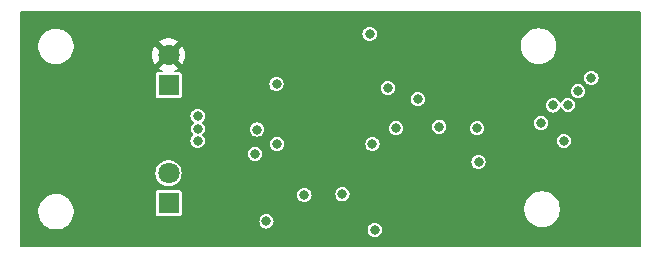
<source format=gbr>
%TF.GenerationSoftware,KiCad,Pcbnew,7.0.10+1*%
%TF.CreationDate,2024-03-12T10:53:23+01:00*%
%TF.ProjectId,IR-sensor,49522d73-656e-4736-9f72-2e6b69636164,rev?*%
%TF.SameCoordinates,Original*%
%TF.FileFunction,Copper,L2,Inr*%
%TF.FilePolarity,Positive*%
%FSLAX46Y46*%
G04 Gerber Fmt 4.6, Leading zero omitted, Abs format (unit mm)*
G04 Created by KiCad (PCBNEW 7.0.10+1) date 2024-03-12 10:53:23*
%MOMM*%
%LPD*%
G01*
G04 APERTURE LIST*
%TA.AperFunction,ComponentPad*%
%ADD10R,1.800000X1.800000*%
%TD*%
%TA.AperFunction,ComponentPad*%
%ADD11C,1.800000*%
%TD*%
%TA.AperFunction,ViaPad*%
%ADD12C,0.800000*%
%TD*%
G04 APERTURE END LIST*
D10*
%TO.N,Net-(D2-K)*%
%TO.C,D5*%
X62535000Y-56275000D03*
D11*
%TO.N,GND*%
X62535000Y-53735000D03*
%TD*%
D10*
%TO.N,Net-(D1-K)*%
%TO.C,D6*%
X62535000Y-66275000D03*
D11*
%TO.N,Net-(D1-A)*%
X62535000Y-63735000D03*
%TD*%
D12*
%TO.N,Net-(U1C-+)*%
X79800000Y-61270000D03*
X69858973Y-62095252D03*
%TO.N,GND*%
X70000000Y-58900000D03*
X61830000Y-59980000D03*
X87668939Y-62791098D03*
X61830000Y-60880000D03*
X71700000Y-53600000D03*
X95000000Y-56700000D03*
X79500000Y-53000000D03*
X70146738Y-61085451D03*
X58500000Y-52230000D03*
X68560000Y-67550000D03*
X87600000Y-59900000D03*
X61880000Y-58990000D03*
X85800000Y-58555000D03*
X73370000Y-68500000D03*
X80824807Y-59057297D03*
X97500000Y-61200000D03*
X97799990Y-58800000D03*
X81180000Y-61960000D03*
X72970000Y-66870000D03*
X83420000Y-63100000D03*
X57000000Y-52230000D03*
X97500000Y-63100000D03*
X88580000Y-57020000D03*
X92308008Y-61768008D03*
%TO.N,Net-(U1B-+)*%
X71680000Y-56190000D03*
X71724448Y-61269751D03*
%TO.N,/PWM_SEND*%
X96351041Y-57951041D03*
X70824996Y-67820000D03*
%TO.N,/PWM_RCV*%
X83630000Y-57470000D03*
X94070000Y-59490000D03*
%TO.N,+2V5*%
X88781730Y-62774323D03*
X74040000Y-65585000D03*
X70026346Y-60042373D03*
%TO.N,+5V*%
X65010000Y-59990000D03*
X97200000Y-56800000D03*
X79564166Y-51951960D03*
X95100000Y-58000000D03*
X65000000Y-58900000D03*
X65000000Y-61000000D03*
%TO.N,Net-(Q2-D)*%
X85450000Y-59800000D03*
X81100000Y-56525000D03*
%TO.N,-2V5*%
X88670000Y-59930000D03*
X81800000Y-59925000D03*
X77260000Y-65530000D03*
%TO.N,/INDICATOR*%
X98340000Y-55660000D03*
X79990000Y-68530000D03*
X96005851Y-61005851D03*
%TD*%
%TA.AperFunction,Conductor*%
%TO.N,GND*%
G36*
X102473066Y-50017813D02*
G01*
X102498376Y-50061650D01*
X102499500Y-50074500D01*
X102499500Y-69925500D01*
X102482187Y-69973066D01*
X102438350Y-69998376D01*
X102425500Y-69999500D01*
X50074500Y-69999500D01*
X50026934Y-69982187D01*
X50001624Y-69938350D01*
X50000500Y-69925500D01*
X50000500Y-68530000D01*
X79384318Y-68530000D01*
X79404955Y-68686760D01*
X79404955Y-68686761D01*
X79465464Y-68832841D01*
X79561715Y-68958279D01*
X79561720Y-68958284D01*
X79645345Y-69022451D01*
X79687159Y-69054536D01*
X79833238Y-69115044D01*
X79990000Y-69135682D01*
X80146762Y-69115044D01*
X80292841Y-69054536D01*
X80418282Y-68958282D01*
X80514536Y-68832841D01*
X80575044Y-68686762D01*
X80595682Y-68530000D01*
X80575044Y-68373238D01*
X80514536Y-68227159D01*
X80482451Y-68185345D01*
X80418284Y-68101720D01*
X80418279Y-68101715D01*
X80292841Y-68005464D01*
X80146761Y-67944955D01*
X79990000Y-67924318D01*
X79833239Y-67944955D01*
X79833238Y-67944955D01*
X79687158Y-68005464D01*
X79561720Y-68101715D01*
X79561715Y-68101720D01*
X79465464Y-68227158D01*
X79404955Y-68373238D01*
X79404955Y-68373239D01*
X79384318Y-68530000D01*
X50000500Y-68530000D01*
X50000500Y-67124337D01*
X51499500Y-67124337D01*
X51532075Y-67319550D01*
X51540429Y-67369614D01*
X51548018Y-67391720D01*
X51621172Y-67604811D01*
X51652792Y-67663239D01*
X51739526Y-67823509D01*
X51892262Y-68019744D01*
X52075215Y-68188164D01*
X52283393Y-68324173D01*
X52511119Y-68424063D01*
X52752179Y-68485108D01*
X52752182Y-68485108D01*
X52752185Y-68485109D01*
X52937925Y-68500500D01*
X52937933Y-68500500D01*
X53062075Y-68500500D01*
X53247814Y-68485109D01*
X53247816Y-68485108D01*
X53247821Y-68485108D01*
X53488881Y-68424063D01*
X53716607Y-68324173D01*
X53924785Y-68188164D01*
X54107738Y-68019744D01*
X54260474Y-67823509D01*
X54262373Y-67820000D01*
X70219314Y-67820000D01*
X70239951Y-67976760D01*
X70239951Y-67976761D01*
X70300460Y-68122841D01*
X70396711Y-68248279D01*
X70396716Y-68248284D01*
X70412127Y-68260109D01*
X70522155Y-68344536D01*
X70668234Y-68405044D01*
X70824996Y-68425682D01*
X70981758Y-68405044D01*
X71127837Y-68344536D01*
X71253278Y-68248282D01*
X71349532Y-68122841D01*
X71410040Y-67976762D01*
X71430678Y-67820000D01*
X71410040Y-67663238D01*
X71349532Y-67517159D01*
X71253278Y-67391718D01*
X71253275Y-67391715D01*
X71127837Y-67295464D01*
X70981757Y-67234955D01*
X70824996Y-67214318D01*
X70668235Y-67234955D01*
X70668234Y-67234955D01*
X70522154Y-67295464D01*
X70396716Y-67391715D01*
X70396711Y-67391720D01*
X70300460Y-67517158D01*
X70239951Y-67663238D01*
X70239951Y-67663239D01*
X70219314Y-67820000D01*
X54262373Y-67820000D01*
X54378828Y-67604810D01*
X54459571Y-67369614D01*
X54488751Y-67194746D01*
X61434500Y-67194746D01*
X61446133Y-67253232D01*
X61474353Y-67295464D01*
X61490448Y-67319552D01*
X61534560Y-67349027D01*
X61556767Y-67363866D01*
X61556768Y-67363866D01*
X61556769Y-67363867D01*
X61615252Y-67375500D01*
X61615254Y-67375500D01*
X63454746Y-67375500D01*
X63454748Y-67375500D01*
X63513231Y-67363867D01*
X63579552Y-67319552D01*
X63623867Y-67253231D01*
X63635500Y-67194748D01*
X63635500Y-66899335D01*
X92674500Y-66899335D01*
X92715429Y-67144614D01*
X92752717Y-67253231D01*
X92796172Y-67379811D01*
X92802616Y-67391718D01*
X92914526Y-67598509D01*
X93067262Y-67794744D01*
X93250215Y-67963164D01*
X93458393Y-68099173D01*
X93686119Y-68199063D01*
X93927179Y-68260108D01*
X93927182Y-68260108D01*
X93927185Y-68260109D01*
X94112925Y-68275500D01*
X94112933Y-68275500D01*
X94237075Y-68275500D01*
X94422814Y-68260109D01*
X94422816Y-68260108D01*
X94422821Y-68260108D01*
X94663881Y-68199063D01*
X94891607Y-68099173D01*
X95099785Y-67963164D01*
X95282738Y-67794744D01*
X95435474Y-67598509D01*
X95553828Y-67379810D01*
X95634571Y-67144614D01*
X95675500Y-66899335D01*
X95675500Y-66650665D01*
X95634571Y-66405386D01*
X95553828Y-66170190D01*
X95435474Y-65951491D01*
X95282738Y-65755256D01*
X95268077Y-65741760D01*
X95099785Y-65586836D01*
X94891607Y-65450827D01*
X94663887Y-65350939D01*
X94663883Y-65350938D01*
X94663881Y-65350937D01*
X94449970Y-65296767D01*
X94422814Y-65289890D01*
X94237075Y-65274500D01*
X94237067Y-65274500D01*
X94112933Y-65274500D01*
X94112925Y-65274500D01*
X93927185Y-65289890D01*
X93763531Y-65331333D01*
X93686119Y-65350937D01*
X93686117Y-65350937D01*
X93686112Y-65350939D01*
X93458392Y-65450827D01*
X93250214Y-65586836D01*
X93067263Y-65755254D01*
X92914529Y-65951486D01*
X92914522Y-65951498D01*
X92796172Y-66170188D01*
X92715428Y-66405389D01*
X92674500Y-66650662D01*
X92674500Y-66650665D01*
X92674500Y-66899335D01*
X63635500Y-66899335D01*
X63635500Y-65585000D01*
X73434318Y-65585000D01*
X73454955Y-65741760D01*
X73454955Y-65741761D01*
X73515464Y-65887841D01*
X73611715Y-66013279D01*
X73611720Y-66013284D01*
X73665480Y-66054535D01*
X73737159Y-66109536D01*
X73883238Y-66170044D01*
X74040000Y-66190682D01*
X74196762Y-66170044D01*
X74342841Y-66109536D01*
X74468282Y-66013282D01*
X74564536Y-65887841D01*
X74625044Y-65741762D01*
X74645682Y-65585000D01*
X74638441Y-65530000D01*
X76654318Y-65530000D01*
X76674955Y-65686760D01*
X76674955Y-65686761D01*
X76735464Y-65832841D01*
X76831715Y-65958279D01*
X76831720Y-65958284D01*
X76860355Y-65980256D01*
X76957159Y-66054536D01*
X77103238Y-66115044D01*
X77260000Y-66135682D01*
X77416762Y-66115044D01*
X77562841Y-66054536D01*
X77688282Y-65958282D01*
X77784536Y-65832841D01*
X77845044Y-65686762D01*
X77865682Y-65530000D01*
X77845044Y-65373238D01*
X77784536Y-65227159D01*
X77744129Y-65174500D01*
X77688284Y-65101720D01*
X77688279Y-65101715D01*
X77562841Y-65005464D01*
X77416761Y-64944955D01*
X77260000Y-64924318D01*
X77103239Y-64944955D01*
X77103238Y-64944955D01*
X76957158Y-65005464D01*
X76831720Y-65101715D01*
X76831715Y-65101720D01*
X76735464Y-65227158D01*
X76674955Y-65373238D01*
X76674955Y-65373239D01*
X76654318Y-65530000D01*
X74638441Y-65530000D01*
X74625044Y-65428238D01*
X74564536Y-65282159D01*
X74468282Y-65156718D01*
X74468279Y-65156715D01*
X74342841Y-65060464D01*
X74196761Y-64999955D01*
X74040000Y-64979318D01*
X73883239Y-64999955D01*
X73883238Y-64999955D01*
X73737158Y-65060464D01*
X73611720Y-65156715D01*
X73611715Y-65156720D01*
X73515464Y-65282158D01*
X73454955Y-65428238D01*
X73454955Y-65428239D01*
X73434318Y-65585000D01*
X63635500Y-65585000D01*
X63635500Y-65355252D01*
X63623867Y-65296769D01*
X63579552Y-65230448D01*
X63557343Y-65215608D01*
X63513232Y-65186133D01*
X63513233Y-65186133D01*
X63483989Y-65180316D01*
X63454748Y-65174500D01*
X61615252Y-65174500D01*
X61586010Y-65180316D01*
X61556767Y-65186133D01*
X61490449Y-65230447D01*
X61490447Y-65230449D01*
X61446133Y-65296767D01*
X61434500Y-65355253D01*
X61434500Y-67194746D01*
X54488751Y-67194746D01*
X54500500Y-67124335D01*
X54500500Y-66875665D01*
X54459571Y-66630386D01*
X54378828Y-66395190D01*
X54260474Y-66176491D01*
X54107738Y-65980256D01*
X54076498Y-65951498D01*
X53924785Y-65811836D01*
X53716607Y-65675827D01*
X53488887Y-65575939D01*
X53488883Y-65575938D01*
X53488881Y-65575937D01*
X53307481Y-65530000D01*
X53247814Y-65514890D01*
X53062075Y-65499500D01*
X53062067Y-65499500D01*
X52937933Y-65499500D01*
X52937925Y-65499500D01*
X52752185Y-65514890D01*
X52588531Y-65556333D01*
X52511119Y-65575937D01*
X52511117Y-65575937D01*
X52511112Y-65575939D01*
X52283392Y-65675827D01*
X52075214Y-65811836D01*
X51892263Y-65980254D01*
X51739529Y-66176486D01*
X51739522Y-66176498D01*
X51621172Y-66395188D01*
X51540428Y-66630389D01*
X51499500Y-66875662D01*
X51499500Y-67124337D01*
X50000500Y-67124337D01*
X50000500Y-63735003D01*
X61429785Y-63735003D01*
X61448601Y-63938076D01*
X61448602Y-63938082D01*
X61504416Y-64134244D01*
X61504418Y-64134250D01*
X61595327Y-64316821D01*
X61595328Y-64316822D01*
X61595329Y-64316825D01*
X61718234Y-64479578D01*
X61718235Y-64479579D01*
X61855637Y-64604836D01*
X61868959Y-64616981D01*
X62042363Y-64724348D01*
X62232544Y-64798024D01*
X62433024Y-64835500D01*
X62433026Y-64835500D01*
X62636974Y-64835500D01*
X62636976Y-64835500D01*
X62837456Y-64798024D01*
X63027637Y-64724348D01*
X63201041Y-64616981D01*
X63351764Y-64479579D01*
X63474673Y-64316821D01*
X63565582Y-64134250D01*
X63621397Y-63938083D01*
X63640215Y-63735000D01*
X63621397Y-63531917D01*
X63565582Y-63335750D01*
X63474673Y-63153179D01*
X63474670Y-63153175D01*
X63474670Y-63153174D01*
X63351765Y-62990421D01*
X63351764Y-62990420D01*
X63201041Y-62853019D01*
X63073942Y-62774323D01*
X88176048Y-62774323D01*
X88196685Y-62931083D01*
X88196685Y-62931084D01*
X88257194Y-63077164D01*
X88353445Y-63202602D01*
X88353450Y-63202607D01*
X88437075Y-63266774D01*
X88478889Y-63298859D01*
X88624968Y-63359367D01*
X88781730Y-63380005D01*
X88938492Y-63359367D01*
X89084571Y-63298859D01*
X89210012Y-63202605D01*
X89306266Y-63077164D01*
X89366774Y-62931085D01*
X89387412Y-62774323D01*
X89366774Y-62617561D01*
X89306266Y-62471482D01*
X89210012Y-62346041D01*
X89210009Y-62346038D01*
X89084571Y-62249787D01*
X88938491Y-62189278D01*
X88781730Y-62168641D01*
X88624969Y-62189278D01*
X88624968Y-62189278D01*
X88478888Y-62249787D01*
X88353450Y-62346038D01*
X88353445Y-62346043D01*
X88257194Y-62471481D01*
X88196685Y-62617561D01*
X88196685Y-62617562D01*
X88176048Y-62774323D01*
X63073942Y-62774323D01*
X63027637Y-62745652D01*
X62837456Y-62671976D01*
X62749407Y-62655516D01*
X62636979Y-62634500D01*
X62636976Y-62634500D01*
X62433024Y-62634500D01*
X62433020Y-62634500D01*
X62283116Y-62662522D01*
X62232544Y-62671976D01*
X62232542Y-62671976D01*
X62232540Y-62671977D01*
X62042368Y-62745650D01*
X62042363Y-62745652D01*
X62042358Y-62745654D01*
X62042358Y-62745655D01*
X61868958Y-62853019D01*
X61868957Y-62853019D01*
X61718235Y-62990420D01*
X61718234Y-62990421D01*
X61595329Y-63153174D01*
X61595328Y-63153177D01*
X61504418Y-63335750D01*
X61504416Y-63335755D01*
X61448602Y-63531917D01*
X61448601Y-63531923D01*
X61429785Y-63734996D01*
X61429785Y-63735003D01*
X50000500Y-63735003D01*
X50000500Y-62095252D01*
X69253291Y-62095252D01*
X69273928Y-62252012D01*
X69273928Y-62252013D01*
X69334437Y-62398093D01*
X69430688Y-62523531D01*
X69430693Y-62523536D01*
X69514318Y-62587703D01*
X69556132Y-62619788D01*
X69702211Y-62680296D01*
X69858973Y-62700934D01*
X70015735Y-62680296D01*
X70161814Y-62619788D01*
X70287255Y-62523534D01*
X70383509Y-62398093D01*
X70444017Y-62252014D01*
X70464655Y-62095252D01*
X70444017Y-61938490D01*
X70383509Y-61792411D01*
X70311283Y-61698284D01*
X70287257Y-61666972D01*
X70287252Y-61666967D01*
X70161814Y-61570716D01*
X70015734Y-61510207D01*
X69858973Y-61489570D01*
X69702212Y-61510207D01*
X69702211Y-61510207D01*
X69556131Y-61570716D01*
X69430693Y-61666967D01*
X69430688Y-61666972D01*
X69334437Y-61792410D01*
X69273928Y-61938490D01*
X69273928Y-61938491D01*
X69253291Y-62095252D01*
X50000500Y-62095252D01*
X50000500Y-61000000D01*
X64394318Y-61000000D01*
X64414955Y-61156760D01*
X64414955Y-61156761D01*
X64475464Y-61302841D01*
X64571715Y-61428279D01*
X64571720Y-61428284D01*
X64651590Y-61489570D01*
X64697159Y-61524536D01*
X64843238Y-61585044D01*
X65000000Y-61605682D01*
X65156762Y-61585044D01*
X65302841Y-61524536D01*
X65428282Y-61428282D01*
X65524536Y-61302841D01*
X65538242Y-61269751D01*
X71118766Y-61269751D01*
X71139403Y-61426511D01*
X71139403Y-61426512D01*
X71199912Y-61572592D01*
X71296163Y-61698030D01*
X71296168Y-61698035D01*
X71296493Y-61698284D01*
X71421607Y-61794287D01*
X71567686Y-61854795D01*
X71724448Y-61875433D01*
X71881210Y-61854795D01*
X72027289Y-61794287D01*
X72152730Y-61698033D01*
X72248984Y-61572592D01*
X72309492Y-61426513D01*
X72330097Y-61270000D01*
X79194318Y-61270000D01*
X79214955Y-61426760D01*
X79214955Y-61426761D01*
X79275464Y-61572841D01*
X79371715Y-61698279D01*
X79371720Y-61698284D01*
X79455345Y-61762451D01*
X79497159Y-61794536D01*
X79643238Y-61855044D01*
X79800000Y-61875682D01*
X79956762Y-61855044D01*
X80102841Y-61794536D01*
X80228282Y-61698282D01*
X80324536Y-61572841D01*
X80385044Y-61426762D01*
X80405682Y-61270000D01*
X80385044Y-61113238D01*
X80340563Y-61005851D01*
X95400169Y-61005851D01*
X95420806Y-61162611D01*
X95420806Y-61162612D01*
X95481315Y-61308692D01*
X95577566Y-61434130D01*
X95577571Y-61434135D01*
X95649816Y-61489570D01*
X95703010Y-61530387D01*
X95849089Y-61590895D01*
X96005851Y-61611533D01*
X96162613Y-61590895D01*
X96308692Y-61530387D01*
X96434133Y-61434133D01*
X96530387Y-61308692D01*
X96590895Y-61162613D01*
X96611533Y-61005851D01*
X96590895Y-60849089D01*
X96530387Y-60703010D01*
X96434133Y-60577569D01*
X96434130Y-60577566D01*
X96308692Y-60481315D01*
X96162612Y-60420806D01*
X96005851Y-60400169D01*
X95849090Y-60420806D01*
X95849089Y-60420806D01*
X95703009Y-60481315D01*
X95577571Y-60577566D01*
X95577566Y-60577571D01*
X95481315Y-60703009D01*
X95420806Y-60849089D01*
X95420806Y-60849090D01*
X95400169Y-61005851D01*
X80340563Y-61005851D01*
X80324536Y-60967159D01*
X80233938Y-60849089D01*
X80228284Y-60841720D01*
X80228279Y-60841715D01*
X80102841Y-60745464D01*
X79956761Y-60684955D01*
X79800000Y-60664318D01*
X79643239Y-60684955D01*
X79643238Y-60684955D01*
X79497158Y-60745464D01*
X79371720Y-60841715D01*
X79371715Y-60841720D01*
X79275464Y-60967158D01*
X79214955Y-61113238D01*
X79214955Y-61113239D01*
X79194318Y-61270000D01*
X72330097Y-61270000D01*
X72330130Y-61269751D01*
X72309492Y-61112989D01*
X72248984Y-60966910D01*
X72158577Y-60849089D01*
X72152732Y-60841471D01*
X72152727Y-60841466D01*
X72027289Y-60745215D01*
X71881209Y-60684706D01*
X71724448Y-60664069D01*
X71567687Y-60684706D01*
X71567686Y-60684706D01*
X71421606Y-60745215D01*
X71296168Y-60841466D01*
X71296163Y-60841471D01*
X71199912Y-60966909D01*
X71139403Y-61112989D01*
X71139403Y-61112990D01*
X71118766Y-61269751D01*
X65538242Y-61269751D01*
X65585044Y-61156762D01*
X65605682Y-61000000D01*
X65585044Y-60843238D01*
X65524536Y-60697159D01*
X65471021Y-60627417D01*
X65428284Y-60571720D01*
X65428279Y-60571715D01*
X65409811Y-60557544D01*
X65382613Y-60514852D01*
X65389220Y-60464667D01*
X65409811Y-60440128D01*
X65438282Y-60418282D01*
X65534536Y-60292841D01*
X65595044Y-60146762D01*
X65608787Y-60042373D01*
X69420664Y-60042373D01*
X69441301Y-60199133D01*
X69441301Y-60199134D01*
X69501810Y-60345214D01*
X69598061Y-60470652D01*
X69598066Y-60470657D01*
X69634790Y-60498836D01*
X69723505Y-60566909D01*
X69869584Y-60627417D01*
X70026346Y-60648055D01*
X70183108Y-60627417D01*
X70329187Y-60566909D01*
X70454628Y-60470655D01*
X70550882Y-60345214D01*
X70611390Y-60199135D01*
X70632028Y-60042373D01*
X70616576Y-59925000D01*
X81194318Y-59925000D01*
X81214955Y-60081760D01*
X81214955Y-60081761D01*
X81275464Y-60227841D01*
X81371715Y-60353279D01*
X81371720Y-60353284D01*
X81413111Y-60385044D01*
X81497159Y-60449536D01*
X81643238Y-60510044D01*
X81800000Y-60530682D01*
X81956762Y-60510044D01*
X82102841Y-60449536D01*
X82228282Y-60353282D01*
X82324536Y-60227841D01*
X82385044Y-60081762D01*
X82405682Y-59925000D01*
X82389226Y-59800000D01*
X84844318Y-59800000D01*
X84864955Y-59956760D01*
X84864955Y-59956761D01*
X84925464Y-60102841D01*
X85021715Y-60228279D01*
X85021720Y-60228284D01*
X85027659Y-60232841D01*
X85147159Y-60324536D01*
X85293238Y-60385044D01*
X85450000Y-60405682D01*
X85606762Y-60385044D01*
X85752841Y-60324536D01*
X85878282Y-60228282D01*
X85974536Y-60102841D01*
X86035044Y-59956762D01*
X86038567Y-59930000D01*
X88064318Y-59930000D01*
X88084955Y-60086760D01*
X88084955Y-60086761D01*
X88145464Y-60232841D01*
X88241715Y-60358279D01*
X88241720Y-60358284D01*
X88276595Y-60385044D01*
X88367159Y-60454536D01*
X88513238Y-60515044D01*
X88670000Y-60535682D01*
X88826762Y-60515044D01*
X88972841Y-60454536D01*
X89098282Y-60358282D01*
X89194536Y-60232841D01*
X89255044Y-60086762D01*
X89275682Y-59930000D01*
X89255044Y-59773238D01*
X89194536Y-59627159D01*
X89144323Y-59561720D01*
X89098284Y-59501720D01*
X89098279Y-59501715D01*
X89083012Y-59490000D01*
X93464318Y-59490000D01*
X93484955Y-59646760D01*
X93484955Y-59646761D01*
X93545464Y-59792841D01*
X93641715Y-59918279D01*
X93641720Y-59918284D01*
X93691865Y-59956761D01*
X93767159Y-60014536D01*
X93913238Y-60075044D01*
X94070000Y-60095682D01*
X94226762Y-60075044D01*
X94372841Y-60014536D01*
X94498282Y-59918282D01*
X94594536Y-59792841D01*
X94655044Y-59646762D01*
X94675682Y-59490000D01*
X94655044Y-59333238D01*
X94594536Y-59187159D01*
X94498282Y-59061718D01*
X94498279Y-59061715D01*
X94372841Y-58965464D01*
X94226761Y-58904955D01*
X94070000Y-58884318D01*
X93913239Y-58904955D01*
X93913238Y-58904955D01*
X93767158Y-58965464D01*
X93641720Y-59061715D01*
X93641715Y-59061720D01*
X93545464Y-59187158D01*
X93484955Y-59333238D01*
X93484955Y-59333239D01*
X93464318Y-59490000D01*
X89083012Y-59490000D01*
X88972841Y-59405464D01*
X88826761Y-59344955D01*
X88670000Y-59324318D01*
X88513239Y-59344955D01*
X88513238Y-59344955D01*
X88367158Y-59405464D01*
X88241720Y-59501715D01*
X88241715Y-59501720D01*
X88145464Y-59627158D01*
X88084955Y-59773238D01*
X88084955Y-59773239D01*
X88064318Y-59930000D01*
X86038567Y-59930000D01*
X86055682Y-59800000D01*
X86035044Y-59643238D01*
X85974536Y-59497159D01*
X85932923Y-59442928D01*
X85878284Y-59371720D01*
X85878279Y-59371715D01*
X85752841Y-59275464D01*
X85606761Y-59214955D01*
X85450000Y-59194318D01*
X85293239Y-59214955D01*
X85293238Y-59214955D01*
X85147158Y-59275464D01*
X85021720Y-59371715D01*
X85021715Y-59371720D01*
X84925464Y-59497158D01*
X84864955Y-59643238D01*
X84864955Y-59643239D01*
X84844318Y-59800000D01*
X82389226Y-59800000D01*
X82385044Y-59768238D01*
X82324536Y-59622159D01*
X82236589Y-59507544D01*
X82228284Y-59496720D01*
X82228279Y-59496715D01*
X82102841Y-59400464D01*
X81956761Y-59339955D01*
X81800000Y-59319318D01*
X81643239Y-59339955D01*
X81643238Y-59339955D01*
X81497158Y-59400464D01*
X81371720Y-59496715D01*
X81371715Y-59496720D01*
X81275464Y-59622158D01*
X81214955Y-59768238D01*
X81214955Y-59768239D01*
X81194318Y-59925000D01*
X70616576Y-59925000D01*
X70611390Y-59885611D01*
X70550882Y-59739532D01*
X70510694Y-59687158D01*
X70454630Y-59614093D01*
X70454625Y-59614088D01*
X70329187Y-59517837D01*
X70183107Y-59457328D01*
X70026346Y-59436691D01*
X69869585Y-59457328D01*
X69869584Y-59457328D01*
X69723504Y-59517837D01*
X69598066Y-59614088D01*
X69598061Y-59614093D01*
X69501810Y-59739531D01*
X69441301Y-59885611D01*
X69441301Y-59885612D01*
X69420664Y-60042373D01*
X65608787Y-60042373D01*
X65615682Y-59990000D01*
X65595044Y-59833238D01*
X65534536Y-59687159D01*
X65438282Y-59561718D01*
X65438279Y-59561715D01*
X65357682Y-59499871D01*
X65330484Y-59457180D01*
X65337091Y-59406994D01*
X65357679Y-59382457D01*
X65428282Y-59328282D01*
X65524536Y-59202841D01*
X65585044Y-59056762D01*
X65605682Y-58900000D01*
X65585044Y-58743238D01*
X65524536Y-58597159D01*
X65492451Y-58555345D01*
X65428284Y-58471720D01*
X65428279Y-58471715D01*
X65302841Y-58375464D01*
X65156761Y-58314955D01*
X65000000Y-58294318D01*
X64843239Y-58314955D01*
X64843238Y-58314955D01*
X64697158Y-58375464D01*
X64571720Y-58471715D01*
X64571715Y-58471720D01*
X64475464Y-58597158D01*
X64414955Y-58743238D01*
X64414955Y-58743239D01*
X64394318Y-58900000D01*
X64414955Y-59056760D01*
X64414955Y-59056761D01*
X64475464Y-59202841D01*
X64571715Y-59328279D01*
X64571720Y-59328284D01*
X64652317Y-59390128D01*
X64679515Y-59432819D01*
X64672908Y-59483005D01*
X64652318Y-59507544D01*
X64581717Y-59561718D01*
X64581715Y-59561720D01*
X64485464Y-59687158D01*
X64424955Y-59833238D01*
X64424955Y-59833239D01*
X64404318Y-59990000D01*
X64424955Y-60146760D01*
X64424955Y-60146761D01*
X64485464Y-60292841D01*
X64581715Y-60418279D01*
X64581720Y-60418284D01*
X64600188Y-60432455D01*
X64627386Y-60475146D01*
X64620779Y-60525332D01*
X64600190Y-60549870D01*
X64579678Y-60565609D01*
X64577987Y-60566908D01*
X64571717Y-60571719D01*
X64571713Y-60571722D01*
X64475464Y-60697158D01*
X64414955Y-60843238D01*
X64414955Y-60843239D01*
X64394318Y-61000000D01*
X50000500Y-61000000D01*
X50000500Y-57470000D01*
X83024318Y-57470000D01*
X83044955Y-57626760D01*
X83044955Y-57626761D01*
X83105464Y-57772841D01*
X83201715Y-57898279D01*
X83201720Y-57898284D01*
X83270475Y-57951041D01*
X83327159Y-57994536D01*
X83473238Y-58055044D01*
X83630000Y-58075682D01*
X83786762Y-58055044D01*
X83919650Y-58000000D01*
X94494318Y-58000000D01*
X94514955Y-58156760D01*
X94514955Y-58156761D01*
X94575464Y-58302841D01*
X94671715Y-58428279D01*
X94671720Y-58428284D01*
X94733353Y-58475576D01*
X94797159Y-58524536D01*
X94943238Y-58585044D01*
X95100000Y-58605682D01*
X95256762Y-58585044D01*
X95402841Y-58524536D01*
X95528282Y-58428282D01*
X95624536Y-58302841D01*
X95667293Y-58199615D01*
X95701490Y-58162295D01*
X95751676Y-58155688D01*
X95794368Y-58182885D01*
X95804027Y-58199616D01*
X95826504Y-58253881D01*
X95922756Y-58379320D01*
X95922761Y-58379325D01*
X95986560Y-58428279D01*
X96048200Y-58475577D01*
X96194279Y-58536085D01*
X96351041Y-58556723D01*
X96507803Y-58536085D01*
X96653882Y-58475577D01*
X96779323Y-58379323D01*
X96875577Y-58253882D01*
X96936085Y-58107803D01*
X96956723Y-57951041D01*
X96936085Y-57794279D01*
X96875577Y-57648200D01*
X96816892Y-57571720D01*
X96779325Y-57522761D01*
X96779320Y-57522756D01*
X96653882Y-57426505D01*
X96507802Y-57365996D01*
X96351041Y-57345359D01*
X96194280Y-57365996D01*
X96194279Y-57365996D01*
X96048199Y-57426505D01*
X95922761Y-57522756D01*
X95922756Y-57522761D01*
X95826505Y-57648199D01*
X95783747Y-57751425D01*
X95749549Y-57788745D01*
X95699363Y-57795352D01*
X95656672Y-57768154D01*
X95647013Y-57751424D01*
X95624536Y-57697159D01*
X95528284Y-57571720D01*
X95528279Y-57571715D01*
X95402841Y-57475464D01*
X95256761Y-57414955D01*
X95100000Y-57394318D01*
X94943239Y-57414955D01*
X94943238Y-57414955D01*
X94797158Y-57475464D01*
X94671720Y-57571715D01*
X94671715Y-57571720D01*
X94575464Y-57697158D01*
X94514955Y-57843238D01*
X94514955Y-57843239D01*
X94494318Y-58000000D01*
X83919650Y-58000000D01*
X83932841Y-57994536D01*
X84058282Y-57898282D01*
X84154536Y-57772841D01*
X84215044Y-57626762D01*
X84235682Y-57470000D01*
X84215044Y-57313238D01*
X84154536Y-57167159D01*
X84064281Y-57049536D01*
X84058284Y-57041720D01*
X84058279Y-57041715D01*
X83932841Y-56945464D01*
X83786761Y-56884955D01*
X83630000Y-56864318D01*
X83473239Y-56884955D01*
X83473238Y-56884955D01*
X83327158Y-56945464D01*
X83201720Y-57041715D01*
X83201715Y-57041720D01*
X83105464Y-57167158D01*
X83044955Y-57313238D01*
X83044955Y-57313239D01*
X83024318Y-57470000D01*
X50000500Y-57470000D01*
X50000500Y-53124337D01*
X51499500Y-53124337D01*
X51540428Y-53369610D01*
X51621172Y-53604811D01*
X51636825Y-53633735D01*
X51739526Y-53823509D01*
X51892262Y-54019744D01*
X52075215Y-54188164D01*
X52283393Y-54324173D01*
X52511119Y-54424063D01*
X52752179Y-54485108D01*
X52752182Y-54485108D01*
X52752185Y-54485109D01*
X52937925Y-54500500D01*
X52937933Y-54500500D01*
X53062075Y-54500500D01*
X53247814Y-54485109D01*
X53247816Y-54485108D01*
X53247821Y-54485108D01*
X53488881Y-54424063D01*
X53716607Y-54324173D01*
X53924785Y-54188164D01*
X54107738Y-54019744D01*
X54260474Y-53823509D01*
X54308371Y-53735003D01*
X61130202Y-53735003D01*
X61149362Y-53966221D01*
X61206320Y-54191145D01*
X61299515Y-54403608D01*
X61383811Y-54532632D01*
X62090549Y-53825894D01*
X62091327Y-53836265D01*
X62140887Y-53962541D01*
X62225465Y-54068599D01*
X62337547Y-54145016D01*
X62445299Y-54178253D01*
X61736200Y-54887352D01*
X61766645Y-54911048D01*
X61970697Y-55021476D01*
X61997009Y-55030509D01*
X62036376Y-55062329D01*
X62046081Y-55112009D01*
X62021581Y-55156304D01*
X61974341Y-55174488D01*
X61972981Y-55174500D01*
X61615252Y-55174500D01*
X61586010Y-55180316D01*
X61556767Y-55186133D01*
X61490449Y-55230447D01*
X61490447Y-55230449D01*
X61446133Y-55296767D01*
X61434500Y-55355253D01*
X61434500Y-57194746D01*
X61446133Y-57253232D01*
X61475608Y-57297343D01*
X61490448Y-57319552D01*
X61529070Y-57345359D01*
X61556767Y-57363866D01*
X61556768Y-57363866D01*
X61556769Y-57363867D01*
X61615252Y-57375500D01*
X61615254Y-57375500D01*
X63454746Y-57375500D01*
X63454748Y-57375500D01*
X63513231Y-57363867D01*
X63579552Y-57319552D01*
X63623867Y-57253231D01*
X63635500Y-57194748D01*
X63635500Y-56190000D01*
X71074318Y-56190000D01*
X71094955Y-56346760D01*
X71094955Y-56346761D01*
X71155464Y-56492841D01*
X71251715Y-56618279D01*
X71251720Y-56618284D01*
X71334444Y-56681760D01*
X71377159Y-56714536D01*
X71523238Y-56775044D01*
X71680000Y-56795682D01*
X71836762Y-56775044D01*
X71982841Y-56714536D01*
X72108282Y-56618282D01*
X72179860Y-56525000D01*
X80494318Y-56525000D01*
X80514955Y-56681760D01*
X80514955Y-56681761D01*
X80575464Y-56827841D01*
X80671715Y-56953279D01*
X80671720Y-56953284D01*
X80676253Y-56956762D01*
X80797159Y-57049536D01*
X80943238Y-57110044D01*
X81100000Y-57130682D01*
X81256762Y-57110044D01*
X81402841Y-57049536D01*
X81528282Y-56953282D01*
X81624536Y-56827841D01*
X81636068Y-56800000D01*
X96594318Y-56800000D01*
X96614955Y-56956760D01*
X96614955Y-56956761D01*
X96675464Y-57102841D01*
X96771715Y-57228279D01*
X96771720Y-57228284D01*
X96855345Y-57292451D01*
X96897159Y-57324536D01*
X97043238Y-57385044D01*
X97200000Y-57405682D01*
X97356762Y-57385044D01*
X97502841Y-57324536D01*
X97628282Y-57228282D01*
X97724536Y-57102841D01*
X97785044Y-56956762D01*
X97805682Y-56800000D01*
X97785044Y-56643238D01*
X97724536Y-56497159D01*
X97628282Y-56371718D01*
X97628279Y-56371715D01*
X97502841Y-56275464D01*
X97356761Y-56214955D01*
X97200000Y-56194318D01*
X97043239Y-56214955D01*
X97043238Y-56214955D01*
X96897158Y-56275464D01*
X96771720Y-56371715D01*
X96771715Y-56371720D01*
X96675464Y-56497158D01*
X96614955Y-56643238D01*
X96614955Y-56643239D01*
X96594318Y-56800000D01*
X81636068Y-56800000D01*
X81685044Y-56681762D01*
X81705682Y-56525000D01*
X81685044Y-56368238D01*
X81624536Y-56222159D01*
X81528282Y-56096718D01*
X81528279Y-56096715D01*
X81402841Y-56000464D01*
X81256761Y-55939955D01*
X81100000Y-55919318D01*
X80943239Y-55939955D01*
X80943238Y-55939955D01*
X80797158Y-56000464D01*
X80671720Y-56096715D01*
X80671715Y-56096720D01*
X80575464Y-56222158D01*
X80514955Y-56368238D01*
X80514955Y-56368239D01*
X80494318Y-56525000D01*
X72179860Y-56525000D01*
X72204536Y-56492841D01*
X72265044Y-56346762D01*
X72285682Y-56190000D01*
X72265044Y-56033238D01*
X72204536Y-55887159D01*
X72108282Y-55761718D01*
X72108279Y-55761715D01*
X71982841Y-55665464D01*
X71969650Y-55660000D01*
X97734318Y-55660000D01*
X97754955Y-55816760D01*
X97754955Y-55816761D01*
X97815464Y-55962841D01*
X97911715Y-56088279D01*
X97911720Y-56088284D01*
X97995345Y-56152451D01*
X98037159Y-56184536D01*
X98183238Y-56245044D01*
X98340000Y-56265682D01*
X98496762Y-56245044D01*
X98642841Y-56184536D01*
X98768282Y-56088282D01*
X98864536Y-55962841D01*
X98925044Y-55816762D01*
X98945682Y-55660000D01*
X98925044Y-55503238D01*
X98864536Y-55357159D01*
X98768282Y-55231718D01*
X98768279Y-55231715D01*
X98642841Y-55135464D01*
X98496761Y-55074955D01*
X98340000Y-55054318D01*
X98183239Y-55074955D01*
X98183238Y-55074955D01*
X98037158Y-55135464D01*
X97911720Y-55231715D01*
X97911715Y-55231720D01*
X97815464Y-55357158D01*
X97754955Y-55503238D01*
X97754955Y-55503239D01*
X97734318Y-55660000D01*
X71969650Y-55660000D01*
X71836761Y-55604955D01*
X71680000Y-55584318D01*
X71523239Y-55604955D01*
X71523238Y-55604955D01*
X71377158Y-55665464D01*
X71251720Y-55761715D01*
X71251715Y-55761720D01*
X71155464Y-55887158D01*
X71094955Y-56033238D01*
X71094955Y-56033239D01*
X71074318Y-56190000D01*
X63635500Y-56190000D01*
X63635500Y-55355252D01*
X63623867Y-55296769D01*
X63579552Y-55230448D01*
X63557343Y-55215608D01*
X63513232Y-55186133D01*
X63513233Y-55186133D01*
X63483989Y-55180316D01*
X63454748Y-55174500D01*
X63097019Y-55174500D01*
X63049453Y-55157187D01*
X63024143Y-55113350D01*
X63032933Y-55063500D01*
X63071710Y-55030963D01*
X63072991Y-55030509D01*
X63099302Y-55021476D01*
X63303350Y-54911050D01*
X63333798Y-54887351D01*
X62623231Y-54176784D01*
X62669138Y-54169865D01*
X62791357Y-54111007D01*
X62890798Y-54018740D01*
X62958625Y-53901260D01*
X62976499Y-53822945D01*
X63686187Y-54532633D01*
X63770484Y-54403608D01*
X63863679Y-54191145D01*
X63920637Y-53966221D01*
X63939798Y-53735003D01*
X63939798Y-53734996D01*
X63920637Y-53503778D01*
X63863679Y-53278854D01*
X63784935Y-53099337D01*
X92374500Y-53099337D01*
X92405481Y-53285000D01*
X92415429Y-53344614D01*
X92424010Y-53369610D01*
X92496172Y-53579811D01*
X92561752Y-53700992D01*
X92614526Y-53798509D01*
X92767262Y-53994744D01*
X92950215Y-54163164D01*
X93158393Y-54299173D01*
X93386119Y-54399063D01*
X93627179Y-54460108D01*
X93627182Y-54460108D01*
X93627185Y-54460109D01*
X93812925Y-54475500D01*
X93812933Y-54475500D01*
X93937075Y-54475500D01*
X94122814Y-54460109D01*
X94122816Y-54460108D01*
X94122821Y-54460108D01*
X94363881Y-54399063D01*
X94591607Y-54299173D01*
X94799785Y-54163164D01*
X94982738Y-53994744D01*
X95135474Y-53798509D01*
X95253828Y-53579810D01*
X95334571Y-53344614D01*
X95375500Y-53099335D01*
X95375500Y-52850665D01*
X95334571Y-52605386D01*
X95253828Y-52370190D01*
X95135474Y-52151491D01*
X94982738Y-51955256D01*
X94799785Y-51786836D01*
X94591607Y-51650827D01*
X94587711Y-51649118D01*
X94363887Y-51550939D01*
X94363883Y-51550938D01*
X94363881Y-51550937D01*
X94160762Y-51499500D01*
X94122814Y-51489890D01*
X93937075Y-51474500D01*
X93937067Y-51474500D01*
X93812933Y-51474500D01*
X93812925Y-51474500D01*
X93627185Y-51489890D01*
X93493754Y-51523680D01*
X93386119Y-51550937D01*
X93386117Y-51550937D01*
X93386112Y-51550939D01*
X93158392Y-51650827D01*
X92950214Y-51786836D01*
X92767263Y-51955254D01*
X92614529Y-52151486D01*
X92614522Y-52151498D01*
X92496172Y-52370188D01*
X92415428Y-52605389D01*
X92374500Y-52850662D01*
X92374500Y-53099337D01*
X63784935Y-53099337D01*
X63770484Y-53066391D01*
X63686187Y-52937365D01*
X62979449Y-53644102D01*
X62978673Y-53633735D01*
X62929113Y-53507459D01*
X62844535Y-53401401D01*
X62732453Y-53324984D01*
X62624697Y-53291746D01*
X63333797Y-52582647D01*
X63303354Y-52558952D01*
X63303344Y-52558946D01*
X63099302Y-52448523D01*
X62879854Y-52373187D01*
X62651009Y-52335000D01*
X62418990Y-52335000D01*
X62190145Y-52373187D01*
X61970697Y-52448523D01*
X61766645Y-52558951D01*
X61736201Y-52582646D01*
X61736201Y-52582647D01*
X62446769Y-53293215D01*
X62400862Y-53300135D01*
X62278643Y-53358993D01*
X62179202Y-53451260D01*
X62111375Y-53568740D01*
X62093500Y-53647054D01*
X61383811Y-52937365D01*
X61299513Y-53066396D01*
X61206320Y-53278854D01*
X61149362Y-53503778D01*
X61130202Y-53734996D01*
X61130202Y-53735003D01*
X54308371Y-53735003D01*
X54378828Y-53604810D01*
X54459571Y-53369614D01*
X54500500Y-53124335D01*
X54500500Y-52875665D01*
X54459571Y-52630386D01*
X54378828Y-52395190D01*
X54260474Y-52176491D01*
X54107738Y-51980256D01*
X54077000Y-51951960D01*
X78958484Y-51951960D01*
X78979121Y-52108720D01*
X78979121Y-52108721D01*
X79039630Y-52254801D01*
X79135881Y-52380239D01*
X79135886Y-52380244D01*
X79219511Y-52444411D01*
X79261325Y-52476496D01*
X79407404Y-52537004D01*
X79564166Y-52557642D01*
X79720928Y-52537004D01*
X79867007Y-52476496D01*
X79992448Y-52380242D01*
X80088702Y-52254801D01*
X80149210Y-52108722D01*
X80169848Y-51951960D01*
X80149210Y-51795198D01*
X80088702Y-51649119D01*
X79992448Y-51523678D01*
X79992445Y-51523675D01*
X79867007Y-51427424D01*
X79720927Y-51366915D01*
X79564166Y-51346278D01*
X79407405Y-51366915D01*
X79407404Y-51366915D01*
X79261324Y-51427424D01*
X79135886Y-51523675D01*
X79135881Y-51523680D01*
X79039630Y-51649118D01*
X78979121Y-51795198D01*
X78979121Y-51795199D01*
X78958484Y-51951960D01*
X54077000Y-51951960D01*
X53924785Y-51811836D01*
X53716607Y-51675827D01*
X53655717Y-51649118D01*
X53488887Y-51575939D01*
X53488883Y-51575938D01*
X53488881Y-51575937D01*
X53282516Y-51523678D01*
X53247814Y-51514890D01*
X53062075Y-51499500D01*
X53062067Y-51499500D01*
X52937933Y-51499500D01*
X52937925Y-51499500D01*
X52752185Y-51514890D01*
X52609841Y-51550937D01*
X52511119Y-51575937D01*
X52511117Y-51575937D01*
X52511112Y-51575939D01*
X52283392Y-51675827D01*
X52075214Y-51811836D01*
X51892263Y-51980254D01*
X51739529Y-52176486D01*
X51739522Y-52176498D01*
X51621172Y-52395188D01*
X51540428Y-52630389D01*
X51499500Y-52875662D01*
X51499500Y-53124337D01*
X50000500Y-53124337D01*
X50000500Y-50074500D01*
X50017813Y-50026934D01*
X50061650Y-50001624D01*
X50074500Y-50000500D01*
X102425500Y-50000500D01*
X102473066Y-50017813D01*
G37*
%TD.AperFunction*%
%TD*%
M02*

</source>
